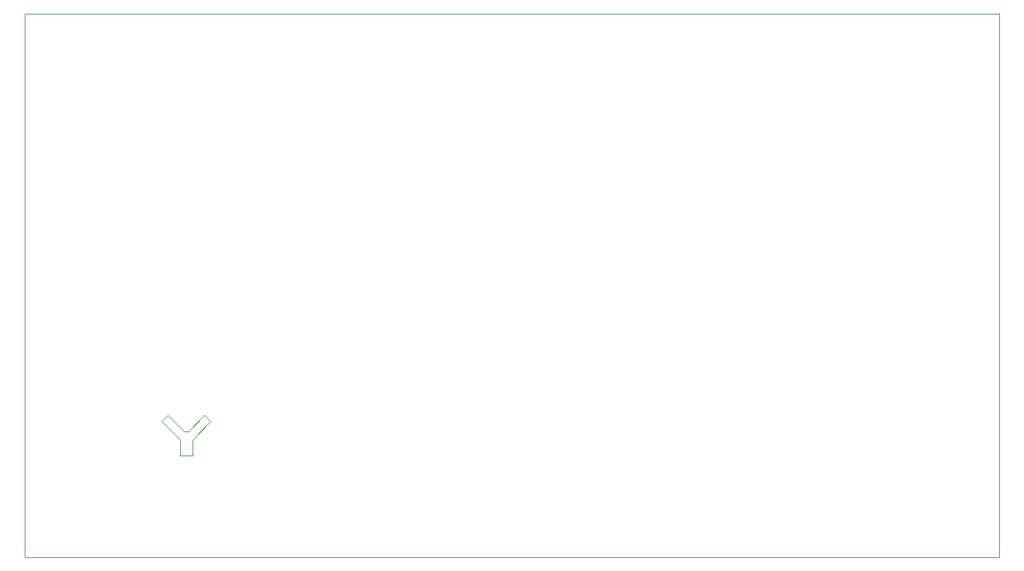
<source format=gbr>
%TF.GenerationSoftware,KiCad,Pcbnew,8.0.9-1.fc41*%
%TF.CreationDate,2025-10-07T12:33:13-07:00*%
%TF.ProjectId,silvia_pid_board,73696c76-6961-45f7-9069-645f626f6172,rev?*%
%TF.SameCoordinates,Original*%
%TF.FileFunction,Profile,NP*%
%FSLAX46Y46*%
G04 Gerber Fmt 4.6, Leading zero omitted, Abs format (unit mm)*
G04 Created by KiCad (PCBNEW 8.0.9-1.fc41) date 2025-10-07 12:33:13*
%MOMM*%
%LPD*%
G01*
G04 APERTURE LIST*
%TA.AperFunction,Profile*%
%ADD10C,0.050000*%
%TD*%
G04 APERTURE END LIST*
D10*
X0Y0D02*
X120000000Y0D01*
X120000000Y-67000000D01*
X0Y-67000000D01*
X0Y0D01*
%TO.C,D1*%
X16910000Y-50250000D02*
X17660000Y-49500000D01*
X17660000Y-49500000D02*
X19660000Y-51500000D01*
X19160000Y-52500000D02*
X16910000Y-50250000D01*
X19160000Y-54500000D02*
X19160000Y-52500000D01*
X19660000Y-51500000D02*
X20160000Y-51500000D01*
X20160000Y-51500000D02*
X22160000Y-49500000D01*
X20660000Y-54500000D02*
X19160000Y-54500000D01*
X20660000Y-54500000D02*
X20660000Y-52500000D01*
X22160000Y-49500000D02*
X22910000Y-50250000D01*
X22910000Y-50250000D02*
X20660000Y-52500000D01*
%TD*%
M02*

</source>
